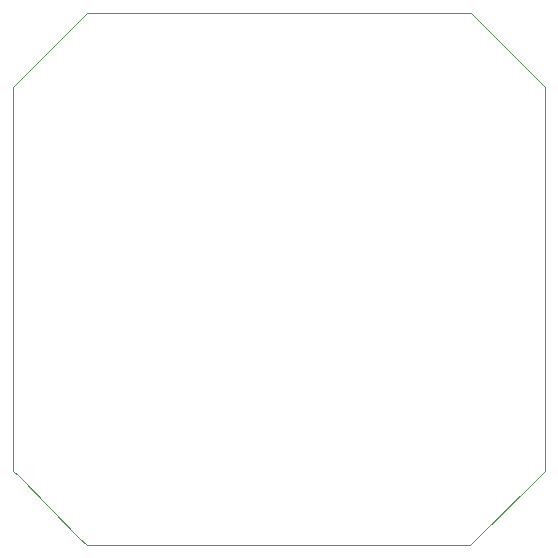
<source format=gbr>
G04 #@! TF.GenerationSoftware,KiCad,Pcbnew,9.0.1*
G04 #@! TF.CreationDate,2025-04-25T12:08:24+05:30*
G04 #@! TF.ProjectId,esp32_quad_baro_bootser_nousb_BMP,65737033-325f-4717-9561-645f6261726f,rev?*
G04 #@! TF.SameCoordinates,Original*
G04 #@! TF.FileFunction,Other,User*
%FSLAX46Y46*%
G04 Gerber Fmt 4.6, Leading zero omitted, Abs format (unit mm)*
G04 Created by KiCad (PCBNEW 9.0.1) date 2025-04-25 12:08:24*
%MOMM*%
%LPD*%
G01*
G04 APERTURE LIST*
G04 #@! TA.AperFunction,Profile*
%ADD10C,0.025400*%
G04 #@! TD*
G04 APERTURE END LIST*
D10*
X122647460Y-109008420D02*
X119947440Y-109008420D01*
X108397550Y-101116380D02*
X108397550Y-102768910D01*
X141847570Y-109008420D02*
X147090000Y-109008420D01*
X108397550Y-70248020D02*
X108860000Y-69790000D01*
X108397550Y-75400410D02*
X108397550Y-97616520D01*
X139147550Y-109008420D02*
X141847570Y-109008420D01*
X114637060Y-64008510D02*
X113940000Y-64690000D01*
X108397550Y-97616520D02*
X108397550Y-101116380D01*
X113970000Y-108460000D02*
X114637060Y-109008420D01*
X123247410Y-64008510D02*
X138547610Y-64008510D01*
X153397460Y-71900540D02*
X153397460Y-70248020D01*
X147157950Y-64008510D02*
X153397460Y-70248020D01*
X108397550Y-102768910D02*
X108840000Y-103230000D01*
X153397460Y-102768910D02*
X153080000Y-103120000D01*
X108397550Y-70248020D02*
X108397550Y-71900540D01*
X147090000Y-109008420D02*
X153080000Y-103120000D01*
X153397460Y-97616520D02*
X153397460Y-75400410D01*
X113940000Y-64690000D02*
X108860000Y-69790000D01*
X139147550Y-109008420D02*
X122647460Y-109008420D01*
X153397460Y-102768910D02*
X153397460Y-101116380D01*
X153397460Y-71900540D02*
X153397460Y-75400410D01*
X108840000Y-103230000D02*
X113970000Y-108460000D01*
X147157950Y-64008510D02*
X138547610Y-64008510D01*
X123247410Y-64008510D02*
X114637060Y-64008510D01*
X114637060Y-109008420D02*
X119947440Y-109008420D01*
X153397460Y-97616520D02*
X153397460Y-101116380D01*
X108397550Y-75400410D02*
X108397550Y-71900540D01*
M02*

</source>
